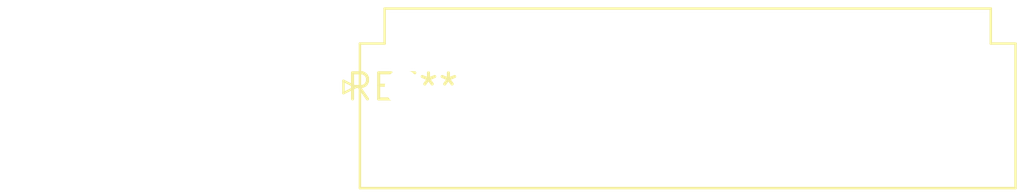
<source format=kicad_pcb>
(kicad_pcb (version 20240108) (generator pcbnew)
  (layers (0 "F.Cu" signal) (31 "B.Cu" signal) (34 "B.Paste" user) (35 "F.Paste" user) (36 "B.SilkS" user "B.Silkscreen") (37 "F.SilkS" user "F.Silkscreen") (38 "B.Mask" user) (39 "F.Mask" user) (44 "Edge.Cuts" user))
  (net 0 "")
  (footprint "JST_VH_B8P-VH_1x08_P3.96mm_Vertical" (layer "F.Cu") (at 0 0)
    (property "Reference" "REF**")
    (property "Value" "JST_VH_B8P-VH_1x08_P3.96mm_Vertical")
    (fp_line (start -2.86 -0.3) (end -2.26 0) (layer "F.SilkS") (stroke (width 0.12)))
    (fp_line (start -2.86 0.3) (end -2.86 -0.3) (layer "F.SilkS") (stroke (width 0.12)))
    (fp_line (start -2.26 0) (end -2.86 0.3) (layer "F.SilkS") (stroke (width 0.12)))
    (fp_line (start -2.06 -2.11) (end -0.86 -2.11) (layer "F.SilkS") (stroke (width 0.12)))
    (fp_line (start -2.06 4.91) (end -2.06 -2.11) (layer "F.SilkS") (stroke (width 0.12)))
    (fp_line (start -0.86 -3.81) (end 28.58 -3.81) (layer "F.SilkS") (stroke (width 0.12)))
    (fp_line (start -0.86 -2.11) (end -0.86 -3.81) (layer "F.SilkS") (stroke (width 0.12)))
    (fp_line (start 28.58 -3.81) (end 28.58 -2.11) (layer "F.SilkS") (stroke (width 0.12)))
    (fp_line (start 28.58 -2.11) (end 29.78 -2.11) (layer "F.SilkS") (stroke (width 0.12)))
    (fp_line (start 29.78 -2.11) (end 29.78 4.91) (layer "F.SilkS") (stroke (width 0.12)))
    (fp_line (start 29.78 4.91) (end -2.06 4.91) (layer "F.SilkS") (stroke (width 0.12)))
    (pad "1" thru_hole roundrect (at 0 0) (size 2.7 2.7) (drill 1.7) (layers *.Cu *.Mask) (remove_unused_layers) (roundrect_rratio 0.092593))
    (pad "2" thru_hole circle (at 3.96 0) (size 2.7 2.7) (drill 1.7) (layers *.Cu *.Mask) (remove_unused_layers))
    (pad "3" thru_hole circle (at 7.92 0) (size 2.7 2.7) (drill 1.7) (layers *.Cu *.Mask) (remove_unused_layers))
    (pad "4" thru_hole circle (at 11.88 0) (size 2.7 2.7) (drill 1.7) (layers *.Cu *.Mask) (remove_unused_layers))
    (pad "5" thru_hole circle (at 15.84 0) (size 2.7 2.7) (drill 1.7) (layers *.Cu *.Mask) (remove_unused_layers))
    (pad "6" thru_hole circle (at 19.8 0) (size 2.7 2.7) (drill 1.7) (layers *.Cu *.Mask) (remove_unused_layers))
    (pad "7" thru_hole circle (at 23.76 0) (size 2.7 2.7) (drill 1.7) (layers *.Cu *.Mask) (remove_unused_layers))
    (pad "8" thru_hole circle (at 27.72 0) (size 2.7 2.7) (drill 1.7) (layers *.Cu *.Mask) (remove_unused_layers))
  )
)
</source>
